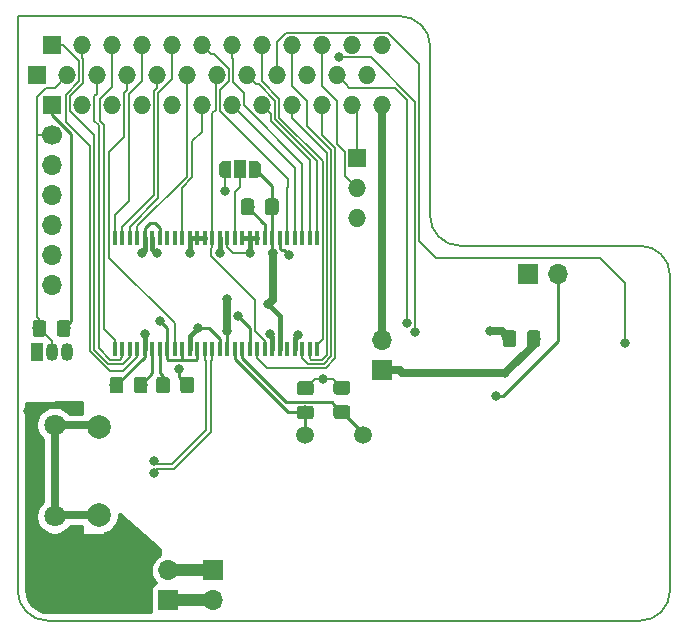
<source format=gbr>
%TF.GenerationSoftware,KiCad,Pcbnew,5.1.4-e60b266~84~ubuntu18.04.1*%
%TF.CreationDate,2019-10-23T15:02:04+02:00*%
%TF.ProjectId,ensaimedia,656e7361-696d-4656-9469-612e6b696361,rev?*%
%TF.SameCoordinates,Original*%
%TF.FileFunction,Copper,L2,Bot*%
%TF.FilePolarity,Positive*%
%FSLAX46Y46*%
G04 Gerber Fmt 4.6, Leading zero omitted, Abs format (unit mm)*
G04 Created by KiCad (PCBNEW 5.1.4-e60b266~84~ubuntu18.04.1) date 2019-10-23 15:02:04*
%MOMM*%
%LPD*%
G04 APERTURE LIST*
%ADD10C,0.200000*%
%ADD11R,0.400000X1.200000*%
%ADD12C,2.000000*%
%ADD13C,1.800000*%
%ADD14R,1.700000X1.700000*%
%ADD15O,1.700000X1.700000*%
%ADD16R,1.524000X1.524000*%
%ADD17O,1.524000X1.524000*%
%ADD18C,0.150000*%
%ADD19C,1.150000*%
%ADD20O,1.050000X1.500000*%
%ADD21R,1.050000X1.500000*%
%ADD22C,0.500000*%
%ADD23R,1.000000X1.500000*%
%ADD24C,1.700000*%
%ADD25C,1.500000*%
%ADD26C,0.800000*%
%ADD27C,0.250000*%
%ADD28C,0.650000*%
%ADD29C,0.450000*%
%ADD30C,0.400000*%
%ADD31C,0.178000*%
%ADD32C,1.000000*%
%ADD33C,0.254000*%
G04 APERTURE END LIST*
D10*
X140970000Y-61214000D02*
X173355000Y-61214000D01*
X173355000Y-61214000D02*
G75*
G02X175895000Y-63754000I0J-2540000D01*
G01*
X193675000Y-80645000D02*
G75*
G02X196215000Y-83185000I0J-2540000D01*
G01*
X178435000Y-80645000D02*
X193675000Y-80645000D01*
X178435000Y-80645000D02*
G75*
G02X175895000Y-78105000I0J2540000D01*
G01*
X175895000Y-63754000D02*
X175895000Y-78105000D01*
X143510000Y-112395000D02*
G75*
G02X140970000Y-109855000I0J2540000D01*
G01*
X196215000Y-109855000D02*
G75*
G02X193675000Y-112395000I-2540000J0D01*
G01*
X140970000Y-109855000D02*
X140970000Y-61214000D01*
X193675000Y-112395000D02*
X143510000Y-112395000D01*
X196215000Y-83185000D02*
X196215000Y-109855000D01*
D11*
X166353527Y-89419375D03*
X165718527Y-89419375D03*
X165083527Y-89419375D03*
X164448527Y-89419375D03*
X163813527Y-89419375D03*
X163178527Y-89419375D03*
X162543527Y-89419375D03*
X161908527Y-89419375D03*
X161273527Y-89419375D03*
X160638527Y-89419375D03*
X160003527Y-89419375D03*
X159368527Y-89419375D03*
X158733527Y-89419375D03*
X158098527Y-89419375D03*
X157463527Y-89419375D03*
X156828527Y-89419375D03*
X156193527Y-89419375D03*
X155558527Y-89419375D03*
X154923527Y-89419375D03*
X154288527Y-89419375D03*
X153653527Y-89419375D03*
X153018527Y-89419375D03*
X152383527Y-89419375D03*
X151748527Y-89419375D03*
X151113527Y-89419375D03*
X150478527Y-89419375D03*
X149843527Y-89419375D03*
X149208527Y-89419375D03*
X149208527Y-80019375D03*
X149843527Y-80019375D03*
X150478527Y-80019375D03*
X151113527Y-80019375D03*
X151748527Y-80019375D03*
X152383527Y-80019375D03*
X153018527Y-80019375D03*
X153653527Y-80019375D03*
X154288527Y-80019375D03*
X154923527Y-80019375D03*
X155558527Y-80019375D03*
X156193527Y-80019375D03*
X156828527Y-80019375D03*
X157463527Y-80019375D03*
X158098527Y-80019375D03*
X158733527Y-80019375D03*
X159368527Y-80019375D03*
X160003527Y-80019375D03*
X160638527Y-80019375D03*
X161273527Y-80019375D03*
X161908527Y-80019375D03*
X162543527Y-80019375D03*
X163178527Y-80019375D03*
X163813527Y-80019375D03*
X164448527Y-80019375D03*
X165083527Y-80019375D03*
X165718527Y-80019375D03*
X166353527Y-80019375D03*
D12*
X147900000Y-95970000D03*
X147900000Y-103420000D03*
D13*
X144100000Y-95820000D03*
X144100000Y-103570000D03*
D14*
X153733526Y-110674376D03*
D15*
X153733526Y-108134376D03*
D14*
X157480000Y-108134376D03*
D15*
X157480000Y-110674376D03*
D16*
X143891026Y-63684376D03*
D17*
X146431026Y-63684376D03*
X148971026Y-63684376D03*
X151511026Y-63684376D03*
X154051026Y-63684376D03*
X156591026Y-63684376D03*
X159131026Y-63684376D03*
X161671026Y-63684376D03*
X164211026Y-63684376D03*
X166751026Y-63684376D03*
X169291026Y-63684376D03*
X171831026Y-63684376D03*
X170561000Y-66224376D03*
X168021000Y-66224376D03*
X165481000Y-66224376D03*
X162941000Y-66224376D03*
X160401000Y-66224376D03*
X157861000Y-66224376D03*
X155321000Y-66224376D03*
X152781000Y-66224376D03*
X150241000Y-66224376D03*
X147701000Y-66224376D03*
X145161000Y-66224376D03*
D16*
X142621000Y-66224376D03*
X143891026Y-68764376D03*
D17*
X146431026Y-68764376D03*
X148971026Y-68764376D03*
X151511026Y-68764376D03*
X154051026Y-68764376D03*
X156591026Y-68764376D03*
X159131026Y-68764376D03*
X161671026Y-68764376D03*
X164211026Y-68764376D03*
X166751026Y-68764376D03*
X169291026Y-68764376D03*
X171831026Y-68764376D03*
D18*
G36*
X153629505Y-91757204D02*
G01*
X153653773Y-91760804D01*
X153677572Y-91766765D01*
X153700671Y-91775030D01*
X153722850Y-91785520D01*
X153743893Y-91798132D01*
X153763599Y-91812747D01*
X153781777Y-91829223D01*
X153798253Y-91847401D01*
X153812868Y-91867107D01*
X153825480Y-91888150D01*
X153835970Y-91910329D01*
X153844235Y-91933428D01*
X153850196Y-91957227D01*
X153853796Y-91981495D01*
X153855000Y-92005999D01*
X153855000Y-92906001D01*
X153853796Y-92930505D01*
X153850196Y-92954773D01*
X153844235Y-92978572D01*
X153835970Y-93001671D01*
X153825480Y-93023850D01*
X153812868Y-93044893D01*
X153798253Y-93064599D01*
X153781777Y-93082777D01*
X153763599Y-93099253D01*
X153743893Y-93113868D01*
X153722850Y-93126480D01*
X153700671Y-93136970D01*
X153677572Y-93145235D01*
X153653773Y-93151196D01*
X153629505Y-93154796D01*
X153605001Y-93156000D01*
X152954999Y-93156000D01*
X152930495Y-93154796D01*
X152906227Y-93151196D01*
X152882428Y-93145235D01*
X152859329Y-93136970D01*
X152837150Y-93126480D01*
X152816107Y-93113868D01*
X152796401Y-93099253D01*
X152778223Y-93082777D01*
X152761747Y-93064599D01*
X152747132Y-93044893D01*
X152734520Y-93023850D01*
X152724030Y-93001671D01*
X152715765Y-92978572D01*
X152709804Y-92954773D01*
X152706204Y-92930505D01*
X152705000Y-92906001D01*
X152705000Y-92005999D01*
X152706204Y-91981495D01*
X152709804Y-91957227D01*
X152715765Y-91933428D01*
X152724030Y-91910329D01*
X152734520Y-91888150D01*
X152747132Y-91867107D01*
X152761747Y-91847401D01*
X152778223Y-91829223D01*
X152796401Y-91812747D01*
X152816107Y-91798132D01*
X152837150Y-91785520D01*
X152859329Y-91775030D01*
X152882428Y-91766765D01*
X152906227Y-91760804D01*
X152930495Y-91757204D01*
X152954999Y-91756000D01*
X153605001Y-91756000D01*
X153629505Y-91757204D01*
X153629505Y-91757204D01*
G37*
D19*
X153280000Y-92456000D03*
D18*
G36*
X155679505Y-91757204D02*
G01*
X155703773Y-91760804D01*
X155727572Y-91766765D01*
X155750671Y-91775030D01*
X155772850Y-91785520D01*
X155793893Y-91798132D01*
X155813599Y-91812747D01*
X155831777Y-91829223D01*
X155848253Y-91847401D01*
X155862868Y-91867107D01*
X155875480Y-91888150D01*
X155885970Y-91910329D01*
X155894235Y-91933428D01*
X155900196Y-91957227D01*
X155903796Y-91981495D01*
X155905000Y-92005999D01*
X155905000Y-92906001D01*
X155903796Y-92930505D01*
X155900196Y-92954773D01*
X155894235Y-92978572D01*
X155885970Y-93001671D01*
X155875480Y-93023850D01*
X155862868Y-93044893D01*
X155848253Y-93064599D01*
X155831777Y-93082777D01*
X155813599Y-93099253D01*
X155793893Y-93113868D01*
X155772850Y-93126480D01*
X155750671Y-93136970D01*
X155727572Y-93145235D01*
X155703773Y-93151196D01*
X155679505Y-93154796D01*
X155655001Y-93156000D01*
X155004999Y-93156000D01*
X154980495Y-93154796D01*
X154956227Y-93151196D01*
X154932428Y-93145235D01*
X154909329Y-93136970D01*
X154887150Y-93126480D01*
X154866107Y-93113868D01*
X154846401Y-93099253D01*
X154828223Y-93082777D01*
X154811747Y-93064599D01*
X154797132Y-93044893D01*
X154784520Y-93023850D01*
X154774030Y-93001671D01*
X154765765Y-92978572D01*
X154759804Y-92954773D01*
X154756204Y-92930505D01*
X154755000Y-92906001D01*
X154755000Y-92005999D01*
X154756204Y-91981495D01*
X154759804Y-91957227D01*
X154765765Y-91933428D01*
X154774030Y-91910329D01*
X154784520Y-91888150D01*
X154797132Y-91867107D01*
X154811747Y-91847401D01*
X154828223Y-91829223D01*
X154846401Y-91812747D01*
X154866107Y-91798132D01*
X154887150Y-91785520D01*
X154909329Y-91775030D01*
X154932428Y-91766765D01*
X154956227Y-91760804D01*
X154980495Y-91757204D01*
X155004999Y-91756000D01*
X155655001Y-91756000D01*
X155679505Y-91757204D01*
X155679505Y-91757204D01*
G37*
D19*
X155330000Y-92456000D03*
D18*
G36*
X162838532Y-76654579D02*
G01*
X162862800Y-76658179D01*
X162886599Y-76664140D01*
X162909698Y-76672405D01*
X162931877Y-76682895D01*
X162952920Y-76695507D01*
X162972626Y-76710122D01*
X162990804Y-76726598D01*
X163007280Y-76744776D01*
X163021895Y-76764482D01*
X163034507Y-76785525D01*
X163044997Y-76807704D01*
X163053262Y-76830803D01*
X163059223Y-76854602D01*
X163062823Y-76878870D01*
X163064027Y-76903374D01*
X163064027Y-77803376D01*
X163062823Y-77827880D01*
X163059223Y-77852148D01*
X163053262Y-77875947D01*
X163044997Y-77899046D01*
X163034507Y-77921225D01*
X163021895Y-77942268D01*
X163007280Y-77961974D01*
X162990804Y-77980152D01*
X162972626Y-77996628D01*
X162952920Y-78011243D01*
X162931877Y-78023855D01*
X162909698Y-78034345D01*
X162886599Y-78042610D01*
X162862800Y-78048571D01*
X162838532Y-78052171D01*
X162814028Y-78053375D01*
X162164026Y-78053375D01*
X162139522Y-78052171D01*
X162115254Y-78048571D01*
X162091455Y-78042610D01*
X162068356Y-78034345D01*
X162046177Y-78023855D01*
X162025134Y-78011243D01*
X162005428Y-77996628D01*
X161987250Y-77980152D01*
X161970774Y-77961974D01*
X161956159Y-77942268D01*
X161943547Y-77921225D01*
X161933057Y-77899046D01*
X161924792Y-77875947D01*
X161918831Y-77852148D01*
X161915231Y-77827880D01*
X161914027Y-77803376D01*
X161914027Y-76903374D01*
X161915231Y-76878870D01*
X161918831Y-76854602D01*
X161924792Y-76830803D01*
X161933057Y-76807704D01*
X161943547Y-76785525D01*
X161956159Y-76764482D01*
X161970774Y-76744776D01*
X161987250Y-76726598D01*
X162005428Y-76710122D01*
X162025134Y-76695507D01*
X162046177Y-76682895D01*
X162068356Y-76672405D01*
X162091455Y-76664140D01*
X162115254Y-76658179D01*
X162139522Y-76654579D01*
X162164026Y-76653375D01*
X162814028Y-76653375D01*
X162838532Y-76654579D01*
X162838532Y-76654579D01*
G37*
D19*
X162489027Y-77353375D03*
D18*
G36*
X160788532Y-76654579D02*
G01*
X160812800Y-76658179D01*
X160836599Y-76664140D01*
X160859698Y-76672405D01*
X160881877Y-76682895D01*
X160902920Y-76695507D01*
X160922626Y-76710122D01*
X160940804Y-76726598D01*
X160957280Y-76744776D01*
X160971895Y-76764482D01*
X160984507Y-76785525D01*
X160994997Y-76807704D01*
X161003262Y-76830803D01*
X161009223Y-76854602D01*
X161012823Y-76878870D01*
X161014027Y-76903374D01*
X161014027Y-77803376D01*
X161012823Y-77827880D01*
X161009223Y-77852148D01*
X161003262Y-77875947D01*
X160994997Y-77899046D01*
X160984507Y-77921225D01*
X160971895Y-77942268D01*
X160957280Y-77961974D01*
X160940804Y-77980152D01*
X160922626Y-77996628D01*
X160902920Y-78011243D01*
X160881877Y-78023855D01*
X160859698Y-78034345D01*
X160836599Y-78042610D01*
X160812800Y-78048571D01*
X160788532Y-78052171D01*
X160764028Y-78053375D01*
X160114026Y-78053375D01*
X160089522Y-78052171D01*
X160065254Y-78048571D01*
X160041455Y-78042610D01*
X160018356Y-78034345D01*
X159996177Y-78023855D01*
X159975134Y-78011243D01*
X159955428Y-77996628D01*
X159937250Y-77980152D01*
X159920774Y-77961974D01*
X159906159Y-77942268D01*
X159893547Y-77921225D01*
X159883057Y-77899046D01*
X159874792Y-77875947D01*
X159868831Y-77852148D01*
X159865231Y-77827880D01*
X159864027Y-77803376D01*
X159864027Y-76903374D01*
X159865231Y-76878870D01*
X159868831Y-76854602D01*
X159874792Y-76830803D01*
X159883057Y-76807704D01*
X159893547Y-76785525D01*
X159906159Y-76764482D01*
X159920774Y-76744776D01*
X159937250Y-76726598D01*
X159955428Y-76710122D01*
X159975134Y-76695507D01*
X159996177Y-76682895D01*
X160018356Y-76672405D01*
X160041455Y-76664140D01*
X160065254Y-76658179D01*
X160089522Y-76654579D01*
X160114026Y-76653375D01*
X160764028Y-76653375D01*
X160788532Y-76654579D01*
X160788532Y-76654579D01*
G37*
D19*
X160439027Y-77353375D03*
D18*
G36*
X149692505Y-91757204D02*
G01*
X149716773Y-91760804D01*
X149740572Y-91766765D01*
X149763671Y-91775030D01*
X149785850Y-91785520D01*
X149806893Y-91798132D01*
X149826599Y-91812747D01*
X149844777Y-91829223D01*
X149861253Y-91847401D01*
X149875868Y-91867107D01*
X149888480Y-91888150D01*
X149898970Y-91910329D01*
X149907235Y-91933428D01*
X149913196Y-91957227D01*
X149916796Y-91981495D01*
X149918000Y-92005999D01*
X149918000Y-92906001D01*
X149916796Y-92930505D01*
X149913196Y-92954773D01*
X149907235Y-92978572D01*
X149898970Y-93001671D01*
X149888480Y-93023850D01*
X149875868Y-93044893D01*
X149861253Y-93064599D01*
X149844777Y-93082777D01*
X149826599Y-93099253D01*
X149806893Y-93113868D01*
X149785850Y-93126480D01*
X149763671Y-93136970D01*
X149740572Y-93145235D01*
X149716773Y-93151196D01*
X149692505Y-93154796D01*
X149668001Y-93156000D01*
X149017999Y-93156000D01*
X148993495Y-93154796D01*
X148969227Y-93151196D01*
X148945428Y-93145235D01*
X148922329Y-93136970D01*
X148900150Y-93126480D01*
X148879107Y-93113868D01*
X148859401Y-93099253D01*
X148841223Y-93082777D01*
X148824747Y-93064599D01*
X148810132Y-93044893D01*
X148797520Y-93023850D01*
X148787030Y-93001671D01*
X148778765Y-92978572D01*
X148772804Y-92954773D01*
X148769204Y-92930505D01*
X148768000Y-92906001D01*
X148768000Y-92005999D01*
X148769204Y-91981495D01*
X148772804Y-91957227D01*
X148778765Y-91933428D01*
X148787030Y-91910329D01*
X148797520Y-91888150D01*
X148810132Y-91867107D01*
X148824747Y-91847401D01*
X148841223Y-91829223D01*
X148859401Y-91812747D01*
X148879107Y-91798132D01*
X148900150Y-91785520D01*
X148922329Y-91775030D01*
X148945428Y-91766765D01*
X148969227Y-91760804D01*
X148993495Y-91757204D01*
X149017999Y-91756000D01*
X149668001Y-91756000D01*
X149692505Y-91757204D01*
X149692505Y-91757204D01*
G37*
D19*
X149343000Y-92456000D03*
D18*
G36*
X151742505Y-91757204D02*
G01*
X151766773Y-91760804D01*
X151790572Y-91766765D01*
X151813671Y-91775030D01*
X151835850Y-91785520D01*
X151856893Y-91798132D01*
X151876599Y-91812747D01*
X151894777Y-91829223D01*
X151911253Y-91847401D01*
X151925868Y-91867107D01*
X151938480Y-91888150D01*
X151948970Y-91910329D01*
X151957235Y-91933428D01*
X151963196Y-91957227D01*
X151966796Y-91981495D01*
X151968000Y-92005999D01*
X151968000Y-92906001D01*
X151966796Y-92930505D01*
X151963196Y-92954773D01*
X151957235Y-92978572D01*
X151948970Y-93001671D01*
X151938480Y-93023850D01*
X151925868Y-93044893D01*
X151911253Y-93064599D01*
X151894777Y-93082777D01*
X151876599Y-93099253D01*
X151856893Y-93113868D01*
X151835850Y-93126480D01*
X151813671Y-93136970D01*
X151790572Y-93145235D01*
X151766773Y-93151196D01*
X151742505Y-93154796D01*
X151718001Y-93156000D01*
X151067999Y-93156000D01*
X151043495Y-93154796D01*
X151019227Y-93151196D01*
X150995428Y-93145235D01*
X150972329Y-93136970D01*
X150950150Y-93126480D01*
X150929107Y-93113868D01*
X150909401Y-93099253D01*
X150891223Y-93082777D01*
X150874747Y-93064599D01*
X150860132Y-93044893D01*
X150847520Y-93023850D01*
X150837030Y-93001671D01*
X150828765Y-92978572D01*
X150822804Y-92954773D01*
X150819204Y-92930505D01*
X150818000Y-92906001D01*
X150818000Y-92005999D01*
X150819204Y-91981495D01*
X150822804Y-91957227D01*
X150828765Y-91933428D01*
X150837030Y-91910329D01*
X150847520Y-91888150D01*
X150860132Y-91867107D01*
X150874747Y-91847401D01*
X150891223Y-91829223D01*
X150909401Y-91812747D01*
X150929107Y-91798132D01*
X150950150Y-91785520D01*
X150972329Y-91775030D01*
X150995428Y-91766765D01*
X151019227Y-91760804D01*
X151043495Y-91757204D01*
X151067999Y-91756000D01*
X151718001Y-91756000D01*
X151742505Y-91757204D01*
X151742505Y-91757204D01*
G37*
D19*
X151393000Y-92456000D03*
D14*
X184150000Y-83058000D03*
D15*
X186690000Y-83058000D03*
D18*
G36*
X145218405Y-86956604D02*
G01*
X145242673Y-86960204D01*
X145266472Y-86966165D01*
X145289571Y-86974430D01*
X145311750Y-86984920D01*
X145332793Y-86997532D01*
X145352499Y-87012147D01*
X145370677Y-87028623D01*
X145387153Y-87046801D01*
X145401768Y-87066507D01*
X145414380Y-87087550D01*
X145424870Y-87109729D01*
X145433135Y-87132828D01*
X145439096Y-87156627D01*
X145442696Y-87180895D01*
X145443900Y-87205399D01*
X145443900Y-88105401D01*
X145442696Y-88129905D01*
X145439096Y-88154173D01*
X145433135Y-88177972D01*
X145424870Y-88201071D01*
X145414380Y-88223250D01*
X145401768Y-88244293D01*
X145387153Y-88263999D01*
X145370677Y-88282177D01*
X145352499Y-88298653D01*
X145332793Y-88313268D01*
X145311750Y-88325880D01*
X145289571Y-88336370D01*
X145266472Y-88344635D01*
X145242673Y-88350596D01*
X145218405Y-88354196D01*
X145193901Y-88355400D01*
X144543899Y-88355400D01*
X144519395Y-88354196D01*
X144495127Y-88350596D01*
X144471328Y-88344635D01*
X144448229Y-88336370D01*
X144426050Y-88325880D01*
X144405007Y-88313268D01*
X144385301Y-88298653D01*
X144367123Y-88282177D01*
X144350647Y-88263999D01*
X144336032Y-88244293D01*
X144323420Y-88223250D01*
X144312930Y-88201071D01*
X144304665Y-88177972D01*
X144298704Y-88154173D01*
X144295104Y-88129905D01*
X144293900Y-88105401D01*
X144293900Y-87205399D01*
X144295104Y-87180895D01*
X144298704Y-87156627D01*
X144304665Y-87132828D01*
X144312930Y-87109729D01*
X144323420Y-87087550D01*
X144336032Y-87066507D01*
X144350647Y-87046801D01*
X144367123Y-87028623D01*
X144385301Y-87012147D01*
X144405007Y-86997532D01*
X144426050Y-86984920D01*
X144448229Y-86974430D01*
X144471328Y-86966165D01*
X144495127Y-86960204D01*
X144519395Y-86956604D01*
X144543899Y-86955400D01*
X145193901Y-86955400D01*
X145218405Y-86956604D01*
X145218405Y-86956604D01*
G37*
D19*
X144868900Y-87655400D03*
D18*
G36*
X143168405Y-86956604D02*
G01*
X143192673Y-86960204D01*
X143216472Y-86966165D01*
X143239571Y-86974430D01*
X143261750Y-86984920D01*
X143282793Y-86997532D01*
X143302499Y-87012147D01*
X143320677Y-87028623D01*
X143337153Y-87046801D01*
X143351768Y-87066507D01*
X143364380Y-87087550D01*
X143374870Y-87109729D01*
X143383135Y-87132828D01*
X143389096Y-87156627D01*
X143392696Y-87180895D01*
X143393900Y-87205399D01*
X143393900Y-88105401D01*
X143392696Y-88129905D01*
X143389096Y-88154173D01*
X143383135Y-88177972D01*
X143374870Y-88201071D01*
X143364380Y-88223250D01*
X143351768Y-88244293D01*
X143337153Y-88263999D01*
X143320677Y-88282177D01*
X143302499Y-88298653D01*
X143282793Y-88313268D01*
X143261750Y-88325880D01*
X143239571Y-88336370D01*
X143216472Y-88344635D01*
X143192673Y-88350596D01*
X143168405Y-88354196D01*
X143143901Y-88355400D01*
X142493899Y-88355400D01*
X142469395Y-88354196D01*
X142445127Y-88350596D01*
X142421328Y-88344635D01*
X142398229Y-88336370D01*
X142376050Y-88325880D01*
X142355007Y-88313268D01*
X142335301Y-88298653D01*
X142317123Y-88282177D01*
X142300647Y-88263999D01*
X142286032Y-88244293D01*
X142273420Y-88223250D01*
X142262930Y-88201071D01*
X142254665Y-88177972D01*
X142248704Y-88154173D01*
X142245104Y-88129905D01*
X142243900Y-88105401D01*
X142243900Y-87205399D01*
X142245104Y-87180895D01*
X142248704Y-87156627D01*
X142254665Y-87132828D01*
X142262930Y-87109729D01*
X142273420Y-87087550D01*
X142286032Y-87066507D01*
X142300647Y-87046801D01*
X142317123Y-87028623D01*
X142335301Y-87012147D01*
X142355007Y-86997532D01*
X142376050Y-86984920D01*
X142398229Y-86974430D01*
X142421328Y-86966165D01*
X142445127Y-86960204D01*
X142469395Y-86956604D01*
X142493899Y-86955400D01*
X143143901Y-86955400D01*
X143168405Y-86956604D01*
X143168405Y-86956604D01*
G37*
D19*
X142818900Y-87655400D03*
D16*
X169748200Y-73202800D03*
D17*
X169748200Y-75742800D03*
X169748200Y-78282800D03*
D18*
G36*
X185016505Y-87820204D02*
G01*
X185040773Y-87823804D01*
X185064572Y-87829765D01*
X185087671Y-87838030D01*
X185109850Y-87848520D01*
X185130893Y-87861132D01*
X185150599Y-87875747D01*
X185168777Y-87892223D01*
X185185253Y-87910401D01*
X185199868Y-87930107D01*
X185212480Y-87951150D01*
X185222970Y-87973329D01*
X185231235Y-87996428D01*
X185237196Y-88020227D01*
X185240796Y-88044495D01*
X185242000Y-88068999D01*
X185242000Y-88969001D01*
X185240796Y-88993505D01*
X185237196Y-89017773D01*
X185231235Y-89041572D01*
X185222970Y-89064671D01*
X185212480Y-89086850D01*
X185199868Y-89107893D01*
X185185253Y-89127599D01*
X185168777Y-89145777D01*
X185150599Y-89162253D01*
X185130893Y-89176868D01*
X185109850Y-89189480D01*
X185087671Y-89199970D01*
X185064572Y-89208235D01*
X185040773Y-89214196D01*
X185016505Y-89217796D01*
X184992001Y-89219000D01*
X184341999Y-89219000D01*
X184317495Y-89217796D01*
X184293227Y-89214196D01*
X184269428Y-89208235D01*
X184246329Y-89199970D01*
X184224150Y-89189480D01*
X184203107Y-89176868D01*
X184183401Y-89162253D01*
X184165223Y-89145777D01*
X184148747Y-89127599D01*
X184134132Y-89107893D01*
X184121520Y-89086850D01*
X184111030Y-89064671D01*
X184102765Y-89041572D01*
X184096804Y-89017773D01*
X184093204Y-88993505D01*
X184092000Y-88969001D01*
X184092000Y-88068999D01*
X184093204Y-88044495D01*
X184096804Y-88020227D01*
X184102765Y-87996428D01*
X184111030Y-87973329D01*
X184121520Y-87951150D01*
X184134132Y-87930107D01*
X184148747Y-87910401D01*
X184165223Y-87892223D01*
X184183401Y-87875747D01*
X184203107Y-87861132D01*
X184224150Y-87848520D01*
X184246329Y-87838030D01*
X184269428Y-87829765D01*
X184293227Y-87823804D01*
X184317495Y-87820204D01*
X184341999Y-87819000D01*
X184992001Y-87819000D01*
X185016505Y-87820204D01*
X185016505Y-87820204D01*
G37*
D19*
X184667000Y-88519000D03*
D18*
G36*
X182966505Y-87820204D02*
G01*
X182990773Y-87823804D01*
X183014572Y-87829765D01*
X183037671Y-87838030D01*
X183059850Y-87848520D01*
X183080893Y-87861132D01*
X183100599Y-87875747D01*
X183118777Y-87892223D01*
X183135253Y-87910401D01*
X183149868Y-87930107D01*
X183162480Y-87951150D01*
X183172970Y-87973329D01*
X183181235Y-87996428D01*
X183187196Y-88020227D01*
X183190796Y-88044495D01*
X183192000Y-88068999D01*
X183192000Y-88969001D01*
X183190796Y-88993505D01*
X183187196Y-89017773D01*
X183181235Y-89041572D01*
X183172970Y-89064671D01*
X183162480Y-89086850D01*
X183149868Y-89107893D01*
X183135253Y-89127599D01*
X183118777Y-89145777D01*
X183100599Y-89162253D01*
X183080893Y-89176868D01*
X183059850Y-89189480D01*
X183037671Y-89199970D01*
X183014572Y-89208235D01*
X182990773Y-89214196D01*
X182966505Y-89217796D01*
X182942001Y-89219000D01*
X182291999Y-89219000D01*
X182267495Y-89217796D01*
X182243227Y-89214196D01*
X182219428Y-89208235D01*
X182196329Y-89199970D01*
X182174150Y-89189480D01*
X182153107Y-89176868D01*
X182133401Y-89162253D01*
X182115223Y-89145777D01*
X182098747Y-89127599D01*
X182084132Y-89107893D01*
X182071520Y-89086850D01*
X182061030Y-89064671D01*
X182052765Y-89041572D01*
X182046804Y-89017773D01*
X182043204Y-88993505D01*
X182042000Y-88969001D01*
X182042000Y-88068999D01*
X182043204Y-88044495D01*
X182046804Y-88020227D01*
X182052765Y-87996428D01*
X182061030Y-87973329D01*
X182071520Y-87951150D01*
X182084132Y-87930107D01*
X182098747Y-87910401D01*
X182115223Y-87892223D01*
X182133401Y-87875747D01*
X182153107Y-87861132D01*
X182174150Y-87848520D01*
X182196329Y-87838030D01*
X182219428Y-87829765D01*
X182243227Y-87823804D01*
X182267495Y-87820204D01*
X182291999Y-87819000D01*
X182942001Y-87819000D01*
X182966505Y-87820204D01*
X182966505Y-87820204D01*
G37*
D19*
X182617000Y-88519000D03*
D14*
X171831000Y-91186000D03*
D15*
X171831000Y-88646000D03*
D20*
X143903700Y-89623900D03*
X145173700Y-89623900D03*
D21*
X142633700Y-89623900D03*
D22*
X158504100Y-74193400D03*
D18*
G36*
X159054100Y-74943400D02*
G01*
X158504100Y-74943400D01*
X158504100Y-74942798D01*
X158479566Y-74942798D01*
X158430735Y-74937988D01*
X158382610Y-74928416D01*
X158335655Y-74914172D01*
X158290322Y-74895395D01*
X158247049Y-74872264D01*
X158206250Y-74845004D01*
X158168321Y-74813876D01*
X158133624Y-74779179D01*
X158102496Y-74741250D01*
X158075236Y-74700451D01*
X158052105Y-74657178D01*
X158033328Y-74611845D01*
X158019084Y-74564890D01*
X158009512Y-74516765D01*
X158004702Y-74467934D01*
X158004702Y-74443400D01*
X158004100Y-74443400D01*
X158004100Y-73943400D01*
X158004702Y-73943400D01*
X158004702Y-73918866D01*
X158009512Y-73870035D01*
X158019084Y-73821910D01*
X158033328Y-73774955D01*
X158052105Y-73729622D01*
X158075236Y-73686349D01*
X158102496Y-73645550D01*
X158133624Y-73607621D01*
X158168321Y-73572924D01*
X158206250Y-73541796D01*
X158247049Y-73514536D01*
X158290322Y-73491405D01*
X158335655Y-73472628D01*
X158382610Y-73458384D01*
X158430735Y-73448812D01*
X158479566Y-73444002D01*
X158504100Y-73444002D01*
X158504100Y-73443400D01*
X159054100Y-73443400D01*
X159054100Y-74943400D01*
X159054100Y-74943400D01*
G37*
D22*
X161104100Y-74193400D03*
D18*
G36*
X161104100Y-73444002D02*
G01*
X161128634Y-73444002D01*
X161177465Y-73448812D01*
X161225590Y-73458384D01*
X161272545Y-73472628D01*
X161317878Y-73491405D01*
X161361151Y-73514536D01*
X161401950Y-73541796D01*
X161439879Y-73572924D01*
X161474576Y-73607621D01*
X161505704Y-73645550D01*
X161532964Y-73686349D01*
X161556095Y-73729622D01*
X161574872Y-73774955D01*
X161589116Y-73821910D01*
X161598688Y-73870035D01*
X161603498Y-73918866D01*
X161603498Y-73943400D01*
X161604100Y-73943400D01*
X161604100Y-74443400D01*
X161603498Y-74443400D01*
X161603498Y-74467934D01*
X161598688Y-74516765D01*
X161589116Y-74564890D01*
X161574872Y-74611845D01*
X161556095Y-74657178D01*
X161532964Y-74700451D01*
X161505704Y-74741250D01*
X161474576Y-74779179D01*
X161439879Y-74813876D01*
X161401950Y-74845004D01*
X161361151Y-74872264D01*
X161317878Y-74895395D01*
X161272545Y-74914172D01*
X161225590Y-74928416D01*
X161177465Y-74937988D01*
X161128634Y-74942798D01*
X161104100Y-74942798D01*
X161104100Y-74943400D01*
X160554100Y-74943400D01*
X160554100Y-73443400D01*
X161104100Y-73443400D01*
X161104100Y-73444002D01*
X161104100Y-73444002D01*
G37*
D23*
X159804100Y-74193400D03*
D24*
X143891026Y-71304376D03*
D15*
X143891026Y-73844376D03*
X143891026Y-76384376D03*
X143891026Y-78924376D03*
X143891026Y-81464376D03*
X143891026Y-84004376D03*
D18*
G36*
X165813265Y-94192444D02*
G01*
X165837533Y-94196044D01*
X165861332Y-94202005D01*
X165884431Y-94210270D01*
X165906610Y-94220760D01*
X165927653Y-94233372D01*
X165947359Y-94247987D01*
X165965537Y-94264463D01*
X165982013Y-94282641D01*
X165996628Y-94302347D01*
X166009240Y-94323390D01*
X166019730Y-94345569D01*
X166027995Y-94368668D01*
X166033956Y-94392467D01*
X166037556Y-94416735D01*
X166038760Y-94441239D01*
X166038760Y-95091241D01*
X166037556Y-95115745D01*
X166033956Y-95140013D01*
X166027995Y-95163812D01*
X166019730Y-95186911D01*
X166009240Y-95209090D01*
X165996628Y-95230133D01*
X165982013Y-95249839D01*
X165965537Y-95268017D01*
X165947359Y-95284493D01*
X165927653Y-95299108D01*
X165906610Y-95311720D01*
X165884431Y-95322210D01*
X165861332Y-95330475D01*
X165837533Y-95336436D01*
X165813265Y-95340036D01*
X165788761Y-95341240D01*
X164888759Y-95341240D01*
X164864255Y-95340036D01*
X164839987Y-95336436D01*
X164816188Y-95330475D01*
X164793089Y-95322210D01*
X164770910Y-95311720D01*
X164749867Y-95299108D01*
X164730161Y-95284493D01*
X164711983Y-95268017D01*
X164695507Y-95249839D01*
X164680892Y-95230133D01*
X164668280Y-95209090D01*
X164657790Y-95186911D01*
X164649525Y-95163812D01*
X164643564Y-95140013D01*
X164639964Y-95115745D01*
X164638760Y-95091241D01*
X164638760Y-94441239D01*
X164639964Y-94416735D01*
X164643564Y-94392467D01*
X164649525Y-94368668D01*
X164657790Y-94345569D01*
X164668280Y-94323390D01*
X164680892Y-94302347D01*
X164695507Y-94282641D01*
X164711983Y-94264463D01*
X164730161Y-94247987D01*
X164749867Y-94233372D01*
X164770910Y-94220760D01*
X164793089Y-94210270D01*
X164816188Y-94202005D01*
X164839987Y-94196044D01*
X164864255Y-94192444D01*
X164888759Y-94191240D01*
X165788761Y-94191240D01*
X165813265Y-94192444D01*
X165813265Y-94192444D01*
G37*
D19*
X165338760Y-94766240D03*
D18*
G36*
X165813265Y-92142444D02*
G01*
X165837533Y-92146044D01*
X165861332Y-92152005D01*
X165884431Y-92160270D01*
X165906610Y-92170760D01*
X165927653Y-92183372D01*
X165947359Y-92197987D01*
X165965537Y-92214463D01*
X165982013Y-92232641D01*
X165996628Y-92252347D01*
X166009240Y-92273390D01*
X166019730Y-92295569D01*
X166027995Y-92318668D01*
X166033956Y-92342467D01*
X166037556Y-92366735D01*
X166038760Y-92391239D01*
X166038760Y-93041241D01*
X166037556Y-93065745D01*
X166033956Y-93090013D01*
X166027995Y-93113812D01*
X166019730Y-93136911D01*
X166009240Y-93159090D01*
X165996628Y-93180133D01*
X165982013Y-93199839D01*
X165965537Y-93218017D01*
X165947359Y-93234493D01*
X165927653Y-93249108D01*
X165906610Y-93261720D01*
X165884431Y-93272210D01*
X165861332Y-93280475D01*
X165837533Y-93286436D01*
X165813265Y-93290036D01*
X165788761Y-93291240D01*
X164888759Y-93291240D01*
X164864255Y-93290036D01*
X164839987Y-93286436D01*
X164816188Y-93280475D01*
X164793089Y-93272210D01*
X164770910Y-93261720D01*
X164749867Y-93249108D01*
X164730161Y-93234493D01*
X164711983Y-93218017D01*
X164695507Y-93199839D01*
X164680892Y-93180133D01*
X164668280Y-93159090D01*
X164657790Y-93136911D01*
X164649525Y-93113812D01*
X164643564Y-93090013D01*
X164639964Y-93065745D01*
X164638760Y-93041241D01*
X164638760Y-92391239D01*
X164639964Y-92366735D01*
X164643564Y-92342467D01*
X164649525Y-92318668D01*
X164657790Y-92295569D01*
X164668280Y-92273390D01*
X164680892Y-92252347D01*
X164695507Y-92232641D01*
X164711983Y-92214463D01*
X164730161Y-92197987D01*
X164749867Y-92183372D01*
X164770910Y-92170760D01*
X164793089Y-92160270D01*
X164816188Y-92152005D01*
X164839987Y-92146044D01*
X164864255Y-92142444D01*
X164888759Y-92141240D01*
X165788761Y-92141240D01*
X165813265Y-92142444D01*
X165813265Y-92142444D01*
G37*
D19*
X165338760Y-92716240D03*
D18*
G36*
X168891745Y-92102964D02*
G01*
X168916013Y-92106564D01*
X168939812Y-92112525D01*
X168962911Y-92120790D01*
X168985090Y-92131280D01*
X169006133Y-92143892D01*
X169025839Y-92158507D01*
X169044017Y-92174983D01*
X169060493Y-92193161D01*
X169075108Y-92212867D01*
X169087720Y-92233910D01*
X169098210Y-92256089D01*
X169106475Y-92279188D01*
X169112436Y-92302987D01*
X169116036Y-92327255D01*
X169117240Y-92351759D01*
X169117240Y-93001761D01*
X169116036Y-93026265D01*
X169112436Y-93050533D01*
X169106475Y-93074332D01*
X169098210Y-93097431D01*
X169087720Y-93119610D01*
X169075108Y-93140653D01*
X169060493Y-93160359D01*
X169044017Y-93178537D01*
X169025839Y-93195013D01*
X169006133Y-93209628D01*
X168985090Y-93222240D01*
X168962911Y-93232730D01*
X168939812Y-93240995D01*
X168916013Y-93246956D01*
X168891745Y-93250556D01*
X168867241Y-93251760D01*
X167967239Y-93251760D01*
X167942735Y-93250556D01*
X167918467Y-93246956D01*
X167894668Y-93240995D01*
X167871569Y-93232730D01*
X167849390Y-93222240D01*
X167828347Y-93209628D01*
X167808641Y-93195013D01*
X167790463Y-93178537D01*
X167773987Y-93160359D01*
X167759372Y-93140653D01*
X167746760Y-93119610D01*
X167736270Y-93097431D01*
X167728005Y-93074332D01*
X167722044Y-93050533D01*
X167718444Y-93026265D01*
X167717240Y-93001761D01*
X167717240Y-92351759D01*
X167718444Y-92327255D01*
X167722044Y-92302987D01*
X167728005Y-92279188D01*
X167736270Y-92256089D01*
X167746760Y-92233910D01*
X167759372Y-92212867D01*
X167773987Y-92193161D01*
X167790463Y-92174983D01*
X167808641Y-92158507D01*
X167828347Y-92143892D01*
X167849390Y-92131280D01*
X167871569Y-92120790D01*
X167894668Y-92112525D01*
X167918467Y-92106564D01*
X167942735Y-92102964D01*
X167967239Y-92101760D01*
X168867241Y-92101760D01*
X168891745Y-92102964D01*
X168891745Y-92102964D01*
G37*
D19*
X168417240Y-92676760D03*
D18*
G36*
X168891745Y-94152964D02*
G01*
X168916013Y-94156564D01*
X168939812Y-94162525D01*
X168962911Y-94170790D01*
X168985090Y-94181280D01*
X169006133Y-94193892D01*
X169025839Y-94208507D01*
X169044017Y-94224983D01*
X169060493Y-94243161D01*
X169075108Y-94262867D01*
X169087720Y-94283910D01*
X169098210Y-94306089D01*
X169106475Y-94329188D01*
X169112436Y-94352987D01*
X169116036Y-94377255D01*
X169117240Y-94401759D01*
X169117240Y-95051761D01*
X169116036Y-95076265D01*
X169112436Y-95100533D01*
X169106475Y-95124332D01*
X169098210Y-95147431D01*
X169087720Y-95169610D01*
X169075108Y-95190653D01*
X169060493Y-95210359D01*
X169044017Y-95228537D01*
X169025839Y-95245013D01*
X169006133Y-95259628D01*
X168985090Y-95272240D01*
X168962911Y-95282730D01*
X168939812Y-95290995D01*
X168916013Y-95296956D01*
X168891745Y-95300556D01*
X168867241Y-95301760D01*
X167967239Y-95301760D01*
X167942735Y-95300556D01*
X167918467Y-95296956D01*
X167894668Y-95290995D01*
X167871569Y-95282730D01*
X167849390Y-95272240D01*
X167828347Y-95259628D01*
X167808641Y-95245013D01*
X167790463Y-95228537D01*
X167773987Y-95210359D01*
X167759372Y-95190653D01*
X167746760Y-95169610D01*
X167736270Y-95147431D01*
X167728005Y-95124332D01*
X167722044Y-95100533D01*
X167718444Y-95076265D01*
X167717240Y-95051761D01*
X167717240Y-94401759D01*
X167718444Y-94377255D01*
X167722044Y-94352987D01*
X167728005Y-94329188D01*
X167736270Y-94306089D01*
X167746760Y-94283910D01*
X167759372Y-94262867D01*
X167773987Y-94243161D01*
X167790463Y-94224983D01*
X167808641Y-94208507D01*
X167828347Y-94193892D01*
X167849390Y-94181280D01*
X167871569Y-94170790D01*
X167894668Y-94162525D01*
X167918467Y-94156564D01*
X167942735Y-94152964D01*
X167967239Y-94151760D01*
X168867241Y-94151760D01*
X168891745Y-94152964D01*
X168891745Y-94152964D01*
G37*
D19*
X168417240Y-94726760D03*
D25*
X165328081Y-96678001D03*
X170208081Y-96678001D03*
D26*
X152765003Y-81280000D03*
X162560000Y-81280000D03*
X156210000Y-87630000D03*
X151765000Y-88163400D03*
X155575000Y-81280000D03*
X158115000Y-81280000D03*
X154645062Y-91069376D03*
X159658527Y-86624375D03*
X162179000Y-85598000D03*
X151511000Y-81280000D03*
X160655000Y-81280000D03*
X153035000Y-86995000D03*
X149098000Y-105156000D03*
X149987000Y-106172000D03*
X151003000Y-106934000D03*
X151892000Y-107950000D03*
X152273000Y-106426000D03*
X151257000Y-105664000D03*
X150241000Y-104521000D03*
X151130000Y-111379000D03*
X150114000Y-110363000D03*
X148844000Y-111379000D03*
X149352000Y-109347000D03*
X147828000Y-110109000D03*
X147828000Y-108458000D03*
X147066000Y-107188000D03*
X146050000Y-106553000D03*
X145288000Y-105283000D03*
X144399000Y-106299000D03*
X145415000Y-108077000D03*
X146812000Y-108966000D03*
X141859000Y-94615000D03*
X142113000Y-96012000D03*
X145923000Y-94488000D03*
X158724600Y-85140800D03*
X158733527Y-87884000D03*
X164719000Y-88214200D03*
X162306000Y-88138000D03*
X142875000Y-97358200D03*
X142036800Y-98475800D03*
X180975000Y-87884000D03*
X166867840Y-91897200D03*
X158496000Y-76032360D03*
X152501600Y-98839800D03*
X152501600Y-99889800D03*
X181483000Y-93345000D03*
X174625000Y-87975000D03*
X168148000Y-64643000D03*
X173958200Y-87173850D03*
X192405000Y-88900000D03*
X163957000Y-81407000D03*
X182245000Y-91440000D03*
D27*
X162543527Y-80019375D02*
X162543527Y-81263527D01*
D28*
X162543527Y-81263527D02*
X162560000Y-81280000D01*
D29*
X155558527Y-80019375D02*
X156193527Y-80019375D01*
X156193527Y-80019375D02*
X156828527Y-80019375D01*
D28*
X155558527Y-81263527D02*
X155575000Y-81280000D01*
D29*
X155558527Y-80019375D02*
X155558527Y-81263527D01*
X158098527Y-80019375D02*
X158098527Y-81263527D01*
D28*
X158098527Y-81263527D02*
X158115000Y-81280000D01*
D27*
X162489027Y-79964875D02*
X162543527Y-80019375D01*
X162489027Y-77353375D02*
X162489027Y-79964875D01*
X154645062Y-91771062D02*
X155330000Y-92456000D01*
X154645062Y-91069376D02*
X154645062Y-91771062D01*
X151748527Y-90050473D02*
X151748527Y-89419375D01*
X149343000Y-92456000D02*
X151748527Y-90050473D01*
X156775685Y-87630000D02*
X156210000Y-87630000D01*
X157159152Y-87630000D02*
X156775685Y-87630000D01*
X158098527Y-88569375D02*
X157159152Y-87630000D01*
X158098527Y-89419375D02*
X158098527Y-88569375D01*
X160638527Y-87604375D02*
X159658527Y-86624375D01*
X160638527Y-89419375D02*
X160638527Y-87604375D01*
D29*
X155558527Y-88281473D02*
X156210000Y-87630000D01*
X155558527Y-89419375D02*
X155558527Y-88281473D01*
D30*
X163178527Y-89419375D02*
X163178527Y-86597527D01*
X163178527Y-86597527D02*
X162179000Y-85598000D01*
D28*
X162560000Y-85217000D02*
X162179000Y-85598000D01*
X162560000Y-81280000D02*
X162560000Y-85217000D01*
D30*
X152383527Y-80898524D02*
X152383527Y-80019375D01*
X152765003Y-81280000D02*
X152383527Y-80898524D01*
D27*
X151748527Y-88179873D02*
X151765000Y-88163400D01*
D30*
X151748527Y-89419375D02*
X151748527Y-88179873D01*
D28*
X171831026Y-70984376D02*
X171831026Y-68764376D01*
X171831000Y-70984402D02*
X171831000Y-88646000D01*
X171831026Y-70984376D02*
X171831000Y-70984402D01*
D27*
X162489027Y-75578327D02*
X162489027Y-77353375D01*
X161104100Y-74193400D02*
X162489027Y-75578327D01*
X153592655Y-89358503D02*
X153653527Y-89419375D01*
D29*
X160638527Y-80019375D02*
X161273527Y-80019375D01*
X160638527Y-80019375D02*
X160638527Y-81263527D01*
D27*
X160638527Y-81263527D02*
X160655000Y-81280000D01*
X156118526Y-90344376D02*
X156193527Y-90269375D01*
X156193527Y-90269375D02*
X156193527Y-89419375D01*
X154923527Y-89419375D02*
X154923527Y-90269375D01*
X151748527Y-79169375D02*
X152177902Y-78740000D01*
X151748527Y-80019375D02*
X151748527Y-79169375D01*
X153018527Y-79169375D02*
X153018527Y-80019375D01*
X152589152Y-78740000D02*
X153018527Y-79169375D01*
X152177902Y-78740000D02*
X152589152Y-78740000D01*
X153653527Y-87613527D02*
X153035000Y-86995000D01*
X153653527Y-89419375D02*
X153653527Y-87613527D01*
X154998528Y-90344376D02*
X156118526Y-90344376D01*
X154923527Y-90269375D02*
X154998528Y-90344376D01*
X154923527Y-90269375D02*
X154848526Y-90344376D01*
X153653527Y-90269375D02*
X153653527Y-89419375D01*
X153728528Y-90344376D02*
X153653527Y-90269375D01*
X154848526Y-90344376D02*
X153728528Y-90344376D01*
X158733527Y-89419375D02*
X158733527Y-87884000D01*
X158733527Y-85149727D02*
X158724600Y-85140800D01*
D28*
X158733527Y-87884000D02*
X158733527Y-85149727D01*
D29*
X164448527Y-89419375D02*
X164448527Y-88484673D01*
X164448527Y-88484673D02*
X164719000Y-88214200D01*
D30*
X162543527Y-89419375D02*
X162543527Y-88375527D01*
X162543527Y-88375527D02*
X162306000Y-88138000D01*
D27*
X151765000Y-80035848D02*
X151748527Y-80019375D01*
D30*
X151748527Y-81042473D02*
X151511000Y-81280000D01*
X151748527Y-80019375D02*
X151748527Y-81042473D01*
D28*
X181982000Y-87884000D02*
X182617000Y-88519000D01*
X180975000Y-87884000D02*
X181982000Y-87884000D01*
D31*
X159216152Y-81280000D02*
X160089315Y-81280000D01*
X158733527Y-80797375D02*
X159216152Y-81280000D01*
X160089315Y-81280000D02*
X160655000Y-81280000D01*
X158733527Y-80019375D02*
X158733527Y-80797375D01*
D29*
X160003527Y-80019375D02*
X160638527Y-80019375D01*
D31*
X165338760Y-92716240D02*
X166157800Y-91897200D01*
X166157800Y-91897200D02*
X166867840Y-91897200D01*
X167637680Y-91897200D02*
X168417240Y-92676760D01*
X166867840Y-91897200D02*
X167637680Y-91897200D01*
X158504100Y-74193400D02*
X158504100Y-76024260D01*
X158504100Y-76024260D02*
X158496000Y-76032360D01*
D32*
X153733526Y-110674376D02*
X157480000Y-110674376D01*
X153733526Y-108134376D02*
X157480000Y-108134376D01*
D27*
X145492272Y-87032028D02*
X144868900Y-87655400D01*
X145492272Y-71166620D02*
X145492272Y-87032028D01*
X143891026Y-68764376D02*
X143891026Y-69565374D01*
X143891026Y-69565374D02*
X145492272Y-71166620D01*
X160439027Y-77353375D02*
X161781527Y-78695875D01*
X161908527Y-78822875D02*
X161781527Y-78695875D01*
X161908527Y-80019375D02*
X161908527Y-78822875D01*
X153018527Y-90269375D02*
X153018527Y-89419375D01*
X153018527Y-91394527D02*
X153018527Y-90269375D01*
X153280000Y-91656000D02*
X153018527Y-91394527D01*
X153280000Y-92456000D02*
X153280000Y-91656000D01*
X152383527Y-91465473D02*
X152383527Y-89419375D01*
X151393000Y-92456000D02*
X152383527Y-91465473D01*
D10*
X156921027Y-90411876D02*
X156921027Y-96227373D01*
X156828527Y-89419375D02*
X156828527Y-90319376D01*
X156828527Y-90319376D02*
X156921027Y-90411876D01*
X152801600Y-99139800D02*
X152501600Y-98839800D01*
X156921027Y-96227373D02*
X154008600Y-99139800D01*
X154008600Y-99139800D02*
X152801600Y-99139800D01*
X157463527Y-90319376D02*
X157371027Y-90411876D01*
X157463527Y-89419375D02*
X157463527Y-90319376D01*
X157371027Y-90411876D02*
X157371027Y-96413773D01*
X152801600Y-99589800D02*
X152501600Y-99889800D01*
X154195000Y-99589800D02*
X152801600Y-99589800D01*
X157371027Y-96413773D02*
X154195000Y-99589800D01*
D27*
X186690000Y-83752081D02*
X186690000Y-82550000D01*
X186690000Y-88703685D02*
X186690000Y-83752081D01*
X182048685Y-93345000D02*
X186690000Y-88703685D01*
X181483000Y-93345000D02*
X182048685Y-93345000D01*
D31*
X157353025Y-64446375D02*
X156591026Y-63684376D01*
X158102225Y-67505777D02*
X158889801Y-66718201D01*
X157605625Y-64446375D02*
X157353025Y-64446375D01*
X158889801Y-66718201D02*
X158889801Y-65730551D01*
X158889801Y-65730551D02*
X157605625Y-64446375D01*
X163813527Y-80019375D02*
X163813527Y-75666877D01*
X158102225Y-69258201D02*
X163830000Y-74985976D01*
X158102225Y-67505777D02*
X158102225Y-69258201D01*
X163830000Y-75650404D02*
X163813527Y-75666877D01*
X163830000Y-74985976D02*
X163830000Y-75650404D01*
X159131026Y-64762006D02*
X159131026Y-63684376D01*
X159245611Y-64876591D02*
X159131026Y-64762006D01*
X160159827Y-67729227D02*
X159245611Y-66815011D01*
X159245611Y-66815011D02*
X159245611Y-64876591D01*
X165083527Y-80019375D02*
X165083527Y-74913527D01*
X160159827Y-68775803D02*
X165087300Y-73703276D01*
X160159827Y-67729227D02*
X160159827Y-68775803D01*
X165087300Y-74909754D02*
X165083527Y-74913527D01*
X165087300Y-73703276D02*
X165087300Y-74909754D01*
X166353527Y-89019375D02*
X166353527Y-89419375D01*
X161671026Y-63684376D02*
X161671026Y-66738559D01*
X163144645Y-69799645D02*
X166820328Y-73475328D01*
X166820328Y-73475328D02*
X166820328Y-88552574D01*
X161671026Y-66738559D02*
X163144645Y-68212178D01*
X166820328Y-88552574D02*
X166353527Y-89019375D01*
X163144645Y-68212178D02*
X163144645Y-69799645D01*
X164211026Y-67142032D02*
X164211026Y-63684376D01*
X165481000Y-68412006D02*
X164211026Y-67142032D01*
X165083527Y-89419375D02*
X165083527Y-90197375D01*
X165528138Y-90641986D02*
X166914349Y-90641986D01*
X166914349Y-90641986D02*
X167531948Y-90024387D01*
X165083527Y-90197375D02*
X165528138Y-90641986D01*
X167531948Y-90024387D02*
X167531948Y-72535948D01*
X165481000Y-70485000D02*
X165481000Y-68412006D01*
X167531948Y-72535948D02*
X165481000Y-70485000D01*
X170880368Y-64713177D02*
X168218177Y-64713177D01*
X174625000Y-87975000D02*
X174625000Y-68457809D01*
X168218177Y-64713177D02*
X168148000Y-64643000D01*
X174625000Y-68457809D02*
X170880368Y-64713177D01*
X168782999Y-66986375D02*
X168021000Y-66224376D01*
X169072001Y-67275377D02*
X168782999Y-66986375D01*
X173958200Y-68294200D02*
X172939377Y-67275377D01*
X172939377Y-67275377D02*
X169072001Y-67275377D01*
X173958200Y-87173850D02*
X173958200Y-68294200D01*
X192405000Y-83820000D02*
X192405000Y-88900000D01*
X190246000Y-81661000D02*
X192405000Y-83820000D01*
X176403000Y-81661000D02*
X190246000Y-81661000D01*
X174980810Y-80238810D02*
X176403000Y-81661000D01*
X162941000Y-65146746D02*
X162941000Y-66224376D01*
X162941000Y-63373000D02*
X162941000Y-65146746D01*
X163680625Y-62633375D02*
X162941000Y-63373000D01*
X172335507Y-62633375D02*
X163680625Y-62633375D01*
X174980810Y-65278678D02*
X172335507Y-62633375D01*
X174980810Y-80238810D02*
X174980810Y-65278678D01*
X166353527Y-80019375D02*
X166353527Y-74918337D01*
X161162999Y-66986375D02*
X160401000Y-66224376D01*
X161415651Y-66986375D02*
X161162999Y-66986375D01*
X162788835Y-68359559D02*
X161415651Y-66986375D01*
X162788835Y-69947026D02*
X166353527Y-73511718D01*
X166353527Y-73511718D02*
X166353527Y-74918337D01*
X162788835Y-68359559D02*
X162788835Y-69947026D01*
X161908527Y-89419375D02*
X161908527Y-88756527D01*
X161908527Y-88756527D02*
X161052537Y-87900537D01*
X161052537Y-87900537D02*
X161052537Y-85237259D01*
X157463527Y-80797375D02*
X157463527Y-80019375D01*
X157311623Y-81496345D02*
X161052537Y-85237259D01*
X157311623Y-80949279D02*
X157311623Y-81496345D01*
X157463527Y-80797375D02*
X157311623Y-80949279D01*
X157746415Y-66338961D02*
X157861000Y-66224376D01*
X157746415Y-69131613D02*
X157746415Y-66338961D01*
X157463527Y-69414501D02*
X157746415Y-69131613D01*
X157463527Y-80019375D02*
X157463527Y-69414501D01*
X155321000Y-68412006D02*
X155321000Y-66224376D01*
X151113527Y-80019375D02*
X151113527Y-79010473D01*
X155321000Y-74803000D02*
X155321000Y-68412006D01*
X151113527Y-79010473D02*
X155321000Y-74803000D01*
X149843527Y-80019375D02*
X149843527Y-79241375D01*
X152781000Y-67334376D02*
X152781000Y-66224376D01*
X149847300Y-79237602D02*
X149847300Y-79082900D01*
X149847300Y-79082900D02*
X152539827Y-76390373D01*
X152539827Y-76390373D02*
X152539827Y-67575549D01*
X149843527Y-79241375D02*
X149847300Y-79237602D01*
X152539827Y-67575549D02*
X152781000Y-67334376D01*
X150241000Y-67461980D02*
X150241000Y-66224376D01*
X154288527Y-87228805D02*
X148741726Y-81682004D01*
X154288527Y-89419375D02*
X154288527Y-87228805D01*
X148741726Y-81682004D02*
X148741726Y-72736302D01*
X150012190Y-67690790D02*
X150241000Y-67461980D01*
X148741726Y-72736302D02*
X150012190Y-71465838D01*
X150012190Y-71465838D02*
X150012190Y-67690790D01*
X149843527Y-90064617D02*
X149621968Y-90286176D01*
X149621968Y-90286176D02*
X148795086Y-90286176D01*
X149843527Y-89419375D02*
X149843527Y-90064617D01*
X148795086Y-90286176D02*
X147853217Y-89344307D01*
X147459827Y-70073916D02*
X147459827Y-68008627D01*
X147853217Y-89344307D02*
X147853217Y-70467306D01*
X147853217Y-70467306D02*
X147459827Y-70073916D01*
X147701000Y-67767454D02*
X147701000Y-66224376D01*
X147459827Y-68008627D02*
X147701000Y-67767454D01*
X156591026Y-70984376D02*
X156591026Y-68764376D01*
X154923527Y-79241375D02*
X154901900Y-79219748D01*
X154901900Y-79219748D02*
X154901900Y-75725290D01*
X155765500Y-71809902D02*
X156591026Y-70984376D01*
X154923527Y-80019375D02*
X154923527Y-79241375D01*
X155765500Y-74861690D02*
X155765500Y-71809902D01*
X154901900Y-75725290D02*
X155765500Y-74861690D01*
X164448527Y-80019375D02*
X164448527Y-75284503D01*
X159893025Y-69526375D02*
X159899575Y-69526375D01*
X159131026Y-68764376D02*
X159893025Y-69526375D01*
X164448527Y-74075327D02*
X164448527Y-75284503D01*
X159899575Y-69526375D02*
X164448527Y-74075327D01*
X165718527Y-74786527D02*
X165718527Y-80019375D01*
X165718527Y-73379908D02*
X165718527Y-74786527D01*
X162433026Y-70094407D02*
X165718527Y-73379908D01*
X161671026Y-68764376D02*
X162433025Y-69526375D01*
X162433025Y-69526375D02*
X162433026Y-70094407D01*
X165718527Y-90197375D02*
X165718527Y-89419375D01*
X164211026Y-68764376D02*
X164211026Y-69842006D01*
X164211026Y-69842006D02*
X167176138Y-72807118D01*
X167176138Y-72807118D02*
X167176138Y-89877006D01*
X165807328Y-90286176D02*
X165718527Y-90197375D01*
X167176138Y-89877006D02*
X166766968Y-90286176D01*
X166766968Y-90286176D02*
X165807328Y-90286176D01*
X161273527Y-90197375D02*
X161273527Y-89419375D01*
X166751026Y-68764376D02*
X166751026Y-71251836D01*
X167887758Y-90171768D02*
X167061730Y-90997796D01*
X166751026Y-71251836D02*
X167887758Y-72388567D01*
X167887758Y-72388567D02*
X167887758Y-90171768D01*
X167061730Y-90997796D02*
X162073948Y-90997796D01*
X162073948Y-90997796D02*
X161273527Y-90197375D01*
X166751026Y-67142032D02*
X166751026Y-63684376D01*
X168021000Y-68412006D02*
X166751026Y-67142032D01*
X168986201Y-74980801D02*
X169748200Y-75742800D01*
X168719399Y-74713999D02*
X168986201Y-74980801D01*
X168719399Y-72717018D02*
X168719399Y-74713999D01*
X168021000Y-72018619D02*
X168719399Y-72717018D01*
X168021000Y-68412006D02*
X168021000Y-72018619D01*
X169748200Y-69221550D02*
X169291026Y-68764376D01*
X169748200Y-73202800D02*
X169748200Y-69221550D01*
D28*
X144250000Y-103420000D02*
X144100000Y-103570000D01*
X147900000Y-103420000D02*
X144250000Y-103420000D01*
X144100000Y-103570000D02*
X144100000Y-95820000D01*
X147750000Y-95820000D02*
X147900000Y-95970000D01*
X144100000Y-95820000D02*
X147750000Y-95820000D01*
D31*
X149208527Y-88641375D02*
X149208527Y-89419375D01*
X148971026Y-63684376D02*
X148971026Y-67208374D01*
X148285200Y-70396100D02*
X148285200Y-87718048D01*
X148285200Y-87718048D02*
X149208527Y-88641375D01*
X147942225Y-68237175D02*
X147942225Y-70053125D01*
X148971026Y-67208374D02*
X147942225Y-68237175D01*
X147942225Y-70053125D02*
X148285200Y-70396100D01*
X151511026Y-64762006D02*
X151511026Y-63684376D01*
X151511026Y-66695144D02*
X151511026Y-64762006D01*
X150368000Y-76884502D02*
X150368000Y-67838170D01*
X150368000Y-67838170D02*
X151511026Y-66695144D01*
X149208527Y-78043975D02*
X150368000Y-76884502D01*
X149208527Y-80019375D02*
X149208527Y-78043975D01*
X150478527Y-79059975D02*
X150478527Y-80019375D01*
X152895637Y-76642865D02*
X150478527Y-79059975D01*
X152895637Y-67722929D02*
X152895637Y-76642865D01*
X154051026Y-66567541D02*
X152895637Y-67722929D01*
X154051026Y-63684376D02*
X154051026Y-66567541D01*
X144831026Y-63684376D02*
X143891026Y-63684376D01*
X145046415Y-67861587D02*
X146189801Y-66718201D01*
X146189801Y-66718201D02*
X146189801Y-65043151D01*
X146189801Y-65043151D02*
X144831026Y-63684376D01*
X151113527Y-90064617D02*
X151113527Y-89419375D01*
X149877844Y-91300300D02*
X151113527Y-90064617D01*
X148802828Y-91300300D02*
X149877844Y-91300300D01*
X147104017Y-89601489D02*
X148802828Y-91300300D01*
X147104017Y-72192867D02*
X147104017Y-89601489D01*
X145046415Y-70135265D02*
X147104017Y-72192867D01*
X145046415Y-67861587D02*
X145046415Y-70135265D01*
X148647705Y-90641986D02*
X147459827Y-89454108D01*
X149901158Y-90641986D02*
X148647705Y-90641986D01*
X150478527Y-90064617D02*
X149901158Y-90641986D01*
X150478527Y-89419375D02*
X150478527Y-90064617D01*
X146545611Y-66865582D02*
X146545611Y-64876591D01*
X146545611Y-64876591D02*
X146431026Y-64762006D01*
X145402225Y-68008967D02*
X146545611Y-66865582D01*
X146431026Y-64762006D02*
X146431026Y-63684376D01*
X147459827Y-71315803D02*
X147459827Y-89454108D01*
X145402225Y-69258201D02*
X147459827Y-71315803D01*
X145402225Y-68008967D02*
X145402225Y-69258201D01*
D27*
X163316153Y-81007001D02*
X163178527Y-80869375D01*
X163557001Y-81007001D02*
X163316153Y-81007001D01*
X163178527Y-80869375D02*
X163178527Y-80019375D01*
X163957000Y-81407000D02*
X163557001Y-81007001D01*
D28*
X184667000Y-89018000D02*
X184667000Y-88519000D01*
X182245000Y-91440000D02*
X184667000Y-89018000D01*
X173331000Y-91186000D02*
X171831000Y-91186000D01*
X173482000Y-91337000D02*
X173331000Y-91186000D01*
X173482000Y-91440000D02*
X173482000Y-91337000D01*
X182245000Y-91440000D02*
X173482000Y-91440000D01*
D31*
X142818900Y-86855400D02*
X142818900Y-87655400D01*
X143375783Y-67275377D02*
X142621000Y-68030160D01*
X142621000Y-86657500D02*
X142818900Y-86855400D01*
X144109999Y-67275377D02*
X143375783Y-67275377D01*
X145161000Y-66224376D02*
X144109999Y-67275377D01*
X142640276Y-71304376D02*
X143891026Y-71304376D01*
X142621000Y-71285100D02*
X142640276Y-71304376D01*
X142621000Y-71285100D02*
X142621000Y-86657500D01*
X142621000Y-68030160D02*
X142621000Y-71285100D01*
X143903700Y-88695900D02*
X143903700Y-89623900D01*
X143486572Y-88278772D02*
X143903700Y-88695900D01*
X143442272Y-88278772D02*
X143486572Y-88278772D01*
X142818900Y-87655400D02*
X143442272Y-88278772D01*
X159368527Y-80019375D02*
X159368527Y-76074233D01*
X159804100Y-75638660D02*
X159804100Y-74193400D01*
X159368527Y-76074233D02*
X159804100Y-75638660D01*
D27*
X164538760Y-94766240D02*
X165338760Y-94766240D01*
X163865392Y-94766240D02*
X164538760Y-94766240D01*
X159368527Y-90269375D02*
X163865392Y-94766240D01*
X159368527Y-89419375D02*
X159368527Y-90269375D01*
X165338760Y-96667322D02*
X165328081Y-96678001D01*
X165338760Y-94766240D02*
X165338760Y-96667322D01*
X167793868Y-94103388D02*
X168417240Y-94726760D01*
X167556710Y-93866230D02*
X167793868Y-94103388D01*
X163700380Y-93866230D02*
X167556710Y-93866230D01*
X160003527Y-90169377D02*
X163700380Y-93866230D01*
X160003527Y-89419375D02*
X160003527Y-90169377D01*
X170208081Y-96517601D02*
X170208081Y-96678001D01*
X168417240Y-94726760D02*
X170208081Y-96517601D01*
D33*
G36*
X146431000Y-94860000D02*
G01*
X145304677Y-94860000D01*
X145292312Y-94841495D01*
X145078505Y-94627688D01*
X144827095Y-94459701D01*
X144547743Y-94343989D01*
X144251184Y-94285000D01*
X143948816Y-94285000D01*
X143652257Y-94343989D01*
X143372905Y-94459701D01*
X143121495Y-94627688D01*
X142907688Y-94841495D01*
X142739701Y-95092905D01*
X142623989Y-95372257D01*
X142565000Y-95668816D01*
X142565000Y-95971184D01*
X142623989Y-96267743D01*
X142739701Y-96547095D01*
X142907688Y-96798505D01*
X143121495Y-97012312D01*
X143140001Y-97024677D01*
X143140000Y-102365323D01*
X143121495Y-102377688D01*
X142907688Y-102591495D01*
X142739701Y-102842905D01*
X142623989Y-103122257D01*
X142565000Y-103418816D01*
X142565000Y-103721184D01*
X142623989Y-104017743D01*
X142739701Y-104297095D01*
X142907688Y-104548505D01*
X143121495Y-104762312D01*
X143372905Y-104930299D01*
X143652257Y-105046011D01*
X143948816Y-105105000D01*
X144251184Y-105105000D01*
X144547743Y-105046011D01*
X144827095Y-104930299D01*
X145078505Y-104762312D01*
X145292312Y-104548505D01*
X145404904Y-104380000D01*
X146431000Y-104380000D01*
X146431000Y-105029000D01*
X146433440Y-105053776D01*
X146440667Y-105077601D01*
X146452403Y-105099557D01*
X146468197Y-105118803D01*
X146487443Y-105134597D01*
X146509399Y-105146333D01*
X146533224Y-105153560D01*
X146558000Y-105156000D01*
X148209000Y-105156000D01*
X148233776Y-105153560D01*
X148257601Y-105146333D01*
X148279557Y-105134597D01*
X148298803Y-105118803D01*
X148315830Y-105097676D01*
X148386104Y-104988360D01*
X148674463Y-104868918D01*
X148942252Y-104689987D01*
X149169987Y-104462252D01*
X149348918Y-104194463D01*
X149472168Y-103896912D01*
X149535000Y-103581033D01*
X149535000Y-103378000D01*
X149684715Y-103378000D01*
X153035000Y-106356031D01*
X153035000Y-106823923D01*
X152904512Y-106893670D01*
X152678392Y-107079242D01*
X152492820Y-107305362D01*
X152354927Y-107563342D01*
X152270013Y-107843265D01*
X152241341Y-108134376D01*
X152270013Y-108425487D01*
X152354927Y-108705410D01*
X152492820Y-108963390D01*
X152678392Y-109189510D01*
X152708213Y-109213983D01*
X152639346Y-109234874D01*
X152529032Y-109293839D01*
X152432341Y-109373191D01*
X152352989Y-109469882D01*
X152294024Y-109580196D01*
X152257714Y-109699894D01*
X152245454Y-109824376D01*
X152245454Y-111524376D01*
X152257714Y-111648858D01*
X152261094Y-111660000D01*
X143545947Y-111660000D01*
X143160092Y-111622167D01*
X142823511Y-111520547D01*
X142513078Y-111355487D01*
X142240619Y-111133275D01*
X142016511Y-110862373D01*
X141849287Y-110553100D01*
X141745320Y-110217236D01*
X141705000Y-109833619D01*
X141705000Y-93965895D01*
X146431000Y-93855988D01*
X146431000Y-94860000D01*
X146431000Y-94860000D01*
G37*
X146431000Y-94860000D02*
X145304677Y-94860000D01*
X145292312Y-94841495D01*
X145078505Y-94627688D01*
X144827095Y-94459701D01*
X144547743Y-94343989D01*
X144251184Y-94285000D01*
X143948816Y-94285000D01*
X143652257Y-94343989D01*
X143372905Y-94459701D01*
X143121495Y-94627688D01*
X142907688Y-94841495D01*
X142739701Y-95092905D01*
X142623989Y-95372257D01*
X142565000Y-95668816D01*
X142565000Y-95971184D01*
X142623989Y-96267743D01*
X142739701Y-96547095D01*
X142907688Y-96798505D01*
X143121495Y-97012312D01*
X143140001Y-97024677D01*
X143140000Y-102365323D01*
X143121495Y-102377688D01*
X142907688Y-102591495D01*
X142739701Y-102842905D01*
X142623989Y-103122257D01*
X142565000Y-103418816D01*
X142565000Y-103721184D01*
X142623989Y-104017743D01*
X142739701Y-104297095D01*
X142907688Y-104548505D01*
X143121495Y-104762312D01*
X143372905Y-104930299D01*
X143652257Y-105046011D01*
X143948816Y-105105000D01*
X144251184Y-105105000D01*
X144547743Y-105046011D01*
X144827095Y-104930299D01*
X145078505Y-104762312D01*
X145292312Y-104548505D01*
X145404904Y-104380000D01*
X146431000Y-104380000D01*
X146431000Y-105029000D01*
X146433440Y-105053776D01*
X146440667Y-105077601D01*
X146452403Y-105099557D01*
X146468197Y-105118803D01*
X146487443Y-105134597D01*
X146509399Y-105146333D01*
X146533224Y-105153560D01*
X146558000Y-105156000D01*
X148209000Y-105156000D01*
X148233776Y-105153560D01*
X148257601Y-105146333D01*
X148279557Y-105134597D01*
X148298803Y-105118803D01*
X148315830Y-105097676D01*
X148386104Y-104988360D01*
X148674463Y-104868918D01*
X148942252Y-104689987D01*
X149169987Y-104462252D01*
X149348918Y-104194463D01*
X149472168Y-103896912D01*
X149535000Y-103581033D01*
X149535000Y-103378000D01*
X149684715Y-103378000D01*
X153035000Y-106356031D01*
X153035000Y-106823923D01*
X152904512Y-106893670D01*
X152678392Y-107079242D01*
X152492820Y-107305362D01*
X152354927Y-107563342D01*
X152270013Y-107843265D01*
X152241341Y-108134376D01*
X152270013Y-108425487D01*
X152354927Y-108705410D01*
X152492820Y-108963390D01*
X152678392Y-109189510D01*
X152708213Y-109213983D01*
X152639346Y-109234874D01*
X152529032Y-109293839D01*
X152432341Y-109373191D01*
X152352989Y-109469882D01*
X152294024Y-109580196D01*
X152257714Y-109699894D01*
X152245454Y-109824376D01*
X152245454Y-111524376D01*
X152257714Y-111648858D01*
X152261094Y-111660000D01*
X143545947Y-111660000D01*
X143160092Y-111622167D01*
X142823511Y-111520547D01*
X142513078Y-111355487D01*
X142240619Y-111133275D01*
X142016511Y-110862373D01*
X141849287Y-110553100D01*
X141745320Y-110217236D01*
X141705000Y-109833619D01*
X141705000Y-93965895D01*
X146431000Y-93855988D01*
X146431000Y-94860000D01*
M02*

</source>
